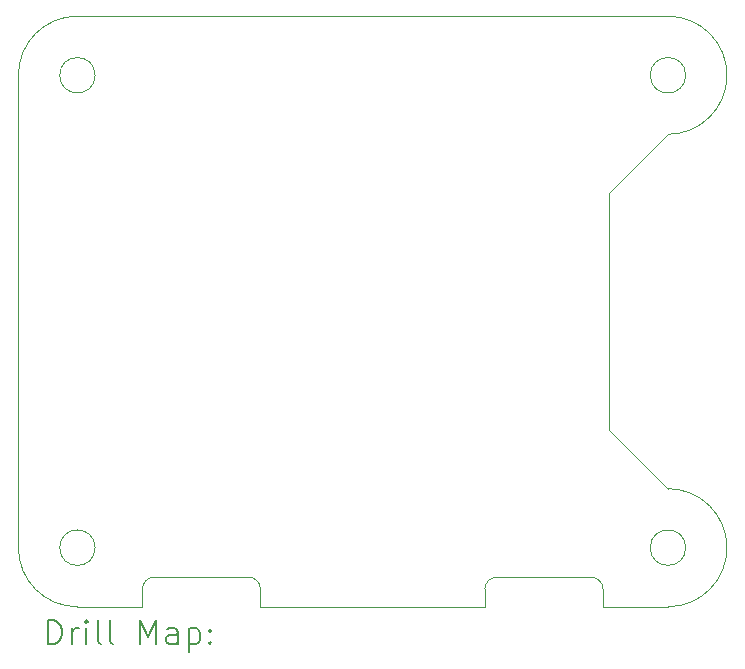
<source format=gbr>
%TF.GenerationSoftware,KiCad,Pcbnew,(6.0.9)*%
%TF.CreationDate,2023-02-05T07:26:17+11:00*%
%TF.ProjectId,SumoBotPCBA001,53756d6f-426f-4745-9043-42413030312e,rev?*%
%TF.SameCoordinates,Original*%
%TF.FileFunction,Drillmap*%
%TF.FilePolarity,Positive*%
%FSLAX45Y45*%
G04 Gerber Fmt 4.5, Leading zero omitted, Abs format (unit mm)*
G04 Created by KiCad (PCBNEW (6.0.9)) date 2023-02-05 07:26:17*
%MOMM*%
%LPD*%
G01*
G04 APERTURE LIST*
%ADD10C,0.100000*%
%ADD11C,0.200000*%
G04 APERTURE END LIST*
D10*
X14650000Y-12400000D02*
G75*
G03*
X14650000Y-12400000I-150000J0D01*
G01*
X14650000Y-8400000D02*
G75*
G03*
X14650000Y-8400000I-150000J0D01*
G01*
X19650000Y-8400000D02*
G75*
G03*
X19650000Y-8400000I-150000J0D01*
G01*
X19650000Y-12400000D02*
G75*
G03*
X19650000Y-12400000I-150000J0D01*
G01*
X18950000Y-12750000D02*
G75*
G03*
X18850000Y-12650000I-100000J0D01*
G01*
X18050000Y-12650000D02*
G75*
G03*
X17950000Y-12750000I0J-100000D01*
G01*
X16050000Y-12750000D02*
G75*
G03*
X15950000Y-12650000I-100000J0D01*
G01*
X15150000Y-12650000D02*
G75*
G03*
X15050000Y-12750000I0J-100000D01*
G01*
X19500000Y-7900000D02*
X14500000Y-7900000D01*
X18950000Y-12900000D02*
X19500000Y-12900000D01*
X16050000Y-12900000D02*
X17950000Y-12900000D01*
X14500000Y-12900000D02*
X15050000Y-12900000D01*
X14000000Y-8400000D02*
X14000000Y-12400000D01*
X14500000Y-7900000D02*
G75*
G03*
X14000000Y-8400000I0J-500000D01*
G01*
X14000000Y-12400000D02*
G75*
G03*
X14500000Y-12900000I500000J0D01*
G01*
X19500000Y-8900000D02*
G75*
G03*
X19500000Y-7900000I0J500000D01*
G01*
X19500000Y-12900000D02*
G75*
G03*
X20000000Y-12400000I0J500000D01*
G01*
X20000000Y-12400000D02*
G75*
G03*
X19500000Y-11900000I-500000J0D01*
G01*
X19000000Y-11400000D02*
X19500000Y-11900000D01*
X19000000Y-9400000D02*
X19500000Y-8900000D01*
X15050000Y-12750000D02*
X15050000Y-12900000D01*
X15950000Y-12650000D02*
X15150000Y-12650000D01*
X16050000Y-12900000D02*
X16050000Y-12750000D01*
X18950000Y-12750000D02*
X18950000Y-12900000D01*
X18050000Y-12650000D02*
X18850000Y-12650000D01*
X17950000Y-12900000D02*
X17950000Y-12750000D01*
X19000000Y-11400000D02*
X19000000Y-9400000D01*
D11*
X14252619Y-13215476D02*
X14252619Y-13015476D01*
X14300238Y-13015476D01*
X14328809Y-13025000D01*
X14347857Y-13044048D01*
X14357381Y-13063095D01*
X14366905Y-13101190D01*
X14366905Y-13129762D01*
X14357381Y-13167857D01*
X14347857Y-13186905D01*
X14328809Y-13205952D01*
X14300238Y-13215476D01*
X14252619Y-13215476D01*
X14452619Y-13215476D02*
X14452619Y-13082143D01*
X14452619Y-13120238D02*
X14462143Y-13101190D01*
X14471667Y-13091667D01*
X14490714Y-13082143D01*
X14509762Y-13082143D01*
X14576428Y-13215476D02*
X14576428Y-13082143D01*
X14576428Y-13015476D02*
X14566905Y-13025000D01*
X14576428Y-13034524D01*
X14585952Y-13025000D01*
X14576428Y-13015476D01*
X14576428Y-13034524D01*
X14700238Y-13215476D02*
X14681190Y-13205952D01*
X14671667Y-13186905D01*
X14671667Y-13015476D01*
X14805000Y-13215476D02*
X14785952Y-13205952D01*
X14776428Y-13186905D01*
X14776428Y-13015476D01*
X15033571Y-13215476D02*
X15033571Y-13015476D01*
X15100238Y-13158333D01*
X15166905Y-13015476D01*
X15166905Y-13215476D01*
X15347857Y-13215476D02*
X15347857Y-13110714D01*
X15338333Y-13091667D01*
X15319286Y-13082143D01*
X15281190Y-13082143D01*
X15262143Y-13091667D01*
X15347857Y-13205952D02*
X15328809Y-13215476D01*
X15281190Y-13215476D01*
X15262143Y-13205952D01*
X15252619Y-13186905D01*
X15252619Y-13167857D01*
X15262143Y-13148809D01*
X15281190Y-13139286D01*
X15328809Y-13139286D01*
X15347857Y-13129762D01*
X15443095Y-13082143D02*
X15443095Y-13282143D01*
X15443095Y-13091667D02*
X15462143Y-13082143D01*
X15500238Y-13082143D01*
X15519286Y-13091667D01*
X15528809Y-13101190D01*
X15538333Y-13120238D01*
X15538333Y-13177381D01*
X15528809Y-13196428D01*
X15519286Y-13205952D01*
X15500238Y-13215476D01*
X15462143Y-13215476D01*
X15443095Y-13205952D01*
X15624048Y-13196428D02*
X15633571Y-13205952D01*
X15624048Y-13215476D01*
X15614524Y-13205952D01*
X15624048Y-13196428D01*
X15624048Y-13215476D01*
X15624048Y-13091667D02*
X15633571Y-13101190D01*
X15624048Y-13110714D01*
X15614524Y-13101190D01*
X15624048Y-13091667D01*
X15624048Y-13110714D01*
M02*

</source>
